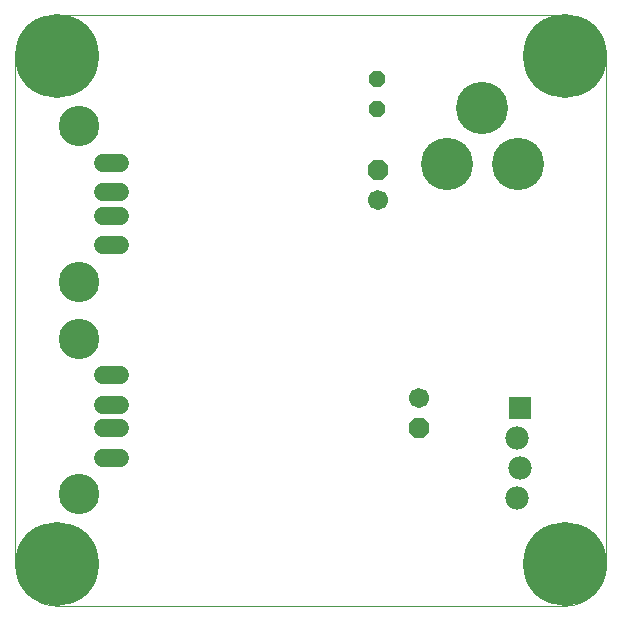
<source format=gbs>
G75*
%MOIN*%
%OFA0B0*%
%FSLAX25Y25*%
%IPPOS*%
%LPD*%
%AMOC8*
5,1,8,0,0,1.08239X$1,22.5*
%
%ADD10C,0.00000*%
%ADD11C,0.00004*%
%ADD12OC8,0.06700*%
%ADD13C,0.06700*%
%ADD14C,0.13500*%
%ADD15C,0.17400*%
%ADD16C,0.06140*%
%ADD17OC8,0.05600*%
%ADD18R,0.07800X0.07800*%
%ADD19C,0.07800*%
%ADD20C,0.27959*%
D10*
X0020490Y0014980D02*
X0020490Y0184271D01*
X0034270Y0198050D02*
X0203561Y0198050D01*
X0217341Y0184271D02*
X0217341Y0014980D01*
X0203561Y0001200D02*
X0034270Y0001200D01*
D11*
X0033937Y0001204D01*
X0033604Y0001216D01*
X0033272Y0001236D01*
X0032940Y0001264D01*
X0032609Y0001300D01*
X0032279Y0001345D01*
X0031950Y0001397D01*
X0031622Y0001457D01*
X0031296Y0001525D01*
X0030972Y0001600D01*
X0030650Y0001684D01*
X0030330Y0001775D01*
X0030012Y0001874D01*
X0029696Y0001981D01*
X0029384Y0002095D01*
X0029074Y0002217D01*
X0028767Y0002347D01*
X0028463Y0002483D01*
X0028163Y0002627D01*
X0027866Y0002778D01*
X0027573Y0002937D01*
X0027284Y0003102D01*
X0026999Y0003274D01*
X0026718Y0003453D01*
X0026442Y0003639D01*
X0026170Y0003832D01*
X0025903Y0004031D01*
X0025641Y0004236D01*
X0025384Y0004448D01*
X0025132Y0004666D01*
X0024886Y0004889D01*
X0024645Y0005119D01*
X0024409Y0005355D01*
X0024179Y0005596D01*
X0023956Y0005842D01*
X0023738Y0006094D01*
X0023526Y0006351D01*
X0023321Y0006613D01*
X0023122Y0006880D01*
X0022929Y0007152D01*
X0022743Y0007428D01*
X0022564Y0007709D01*
X0022392Y0007994D01*
X0022227Y0008283D01*
X0022068Y0008576D01*
X0021917Y0008873D01*
X0021773Y0009173D01*
X0021637Y0009477D01*
X0021507Y0009784D01*
X0021385Y0010094D01*
X0021271Y0010406D01*
X0021164Y0010722D01*
X0021065Y0011040D01*
X0020974Y0011360D01*
X0020890Y0011682D01*
X0020815Y0012006D01*
X0020747Y0012332D01*
X0020687Y0012660D01*
X0020635Y0012989D01*
X0020590Y0013319D01*
X0020554Y0013650D01*
X0020526Y0013982D01*
X0020506Y0014314D01*
X0020494Y0014647D01*
X0020490Y0014980D01*
X0203561Y0001200D02*
X0203894Y0001204D01*
X0204227Y0001216D01*
X0204559Y0001236D01*
X0204891Y0001264D01*
X0205222Y0001300D01*
X0205552Y0001345D01*
X0205881Y0001397D01*
X0206209Y0001457D01*
X0206535Y0001525D01*
X0206859Y0001600D01*
X0207181Y0001684D01*
X0207501Y0001775D01*
X0207819Y0001874D01*
X0208135Y0001981D01*
X0208447Y0002095D01*
X0208757Y0002217D01*
X0209064Y0002347D01*
X0209368Y0002483D01*
X0209668Y0002627D01*
X0209965Y0002778D01*
X0210258Y0002937D01*
X0210547Y0003102D01*
X0210832Y0003274D01*
X0211113Y0003453D01*
X0211389Y0003639D01*
X0211661Y0003832D01*
X0211928Y0004031D01*
X0212190Y0004236D01*
X0212447Y0004448D01*
X0212699Y0004666D01*
X0212945Y0004889D01*
X0213186Y0005119D01*
X0213422Y0005355D01*
X0213652Y0005596D01*
X0213875Y0005842D01*
X0214093Y0006094D01*
X0214305Y0006351D01*
X0214510Y0006613D01*
X0214709Y0006880D01*
X0214902Y0007152D01*
X0215088Y0007428D01*
X0215267Y0007709D01*
X0215439Y0007994D01*
X0215604Y0008283D01*
X0215763Y0008576D01*
X0215914Y0008873D01*
X0216058Y0009173D01*
X0216194Y0009477D01*
X0216324Y0009784D01*
X0216446Y0010094D01*
X0216560Y0010406D01*
X0216667Y0010722D01*
X0216766Y0011040D01*
X0216857Y0011360D01*
X0216941Y0011682D01*
X0217016Y0012006D01*
X0217084Y0012332D01*
X0217144Y0012660D01*
X0217196Y0012989D01*
X0217241Y0013319D01*
X0217277Y0013650D01*
X0217305Y0013982D01*
X0217325Y0014314D01*
X0217337Y0014647D01*
X0217341Y0014980D01*
X0217341Y0184271D02*
X0217337Y0184604D01*
X0217325Y0184937D01*
X0217305Y0185269D01*
X0217277Y0185601D01*
X0217241Y0185932D01*
X0217196Y0186262D01*
X0217144Y0186591D01*
X0217084Y0186919D01*
X0217016Y0187245D01*
X0216941Y0187569D01*
X0216857Y0187891D01*
X0216766Y0188211D01*
X0216667Y0188529D01*
X0216560Y0188845D01*
X0216446Y0189157D01*
X0216324Y0189467D01*
X0216194Y0189774D01*
X0216058Y0190078D01*
X0215914Y0190378D01*
X0215763Y0190675D01*
X0215604Y0190968D01*
X0215439Y0191257D01*
X0215267Y0191542D01*
X0215088Y0191823D01*
X0214902Y0192099D01*
X0214709Y0192371D01*
X0214510Y0192638D01*
X0214305Y0192900D01*
X0214093Y0193157D01*
X0213875Y0193409D01*
X0213652Y0193655D01*
X0213422Y0193896D01*
X0213186Y0194132D01*
X0212945Y0194362D01*
X0212699Y0194585D01*
X0212447Y0194803D01*
X0212190Y0195015D01*
X0211928Y0195220D01*
X0211661Y0195419D01*
X0211389Y0195612D01*
X0211113Y0195798D01*
X0210832Y0195977D01*
X0210547Y0196149D01*
X0210258Y0196314D01*
X0209965Y0196473D01*
X0209668Y0196624D01*
X0209368Y0196768D01*
X0209064Y0196904D01*
X0208757Y0197034D01*
X0208447Y0197156D01*
X0208135Y0197270D01*
X0207819Y0197377D01*
X0207501Y0197476D01*
X0207181Y0197567D01*
X0206859Y0197651D01*
X0206535Y0197726D01*
X0206209Y0197794D01*
X0205881Y0197854D01*
X0205552Y0197906D01*
X0205222Y0197951D01*
X0204891Y0197987D01*
X0204559Y0198015D01*
X0204227Y0198035D01*
X0203894Y0198047D01*
X0203561Y0198051D01*
X0034270Y0198051D02*
X0033937Y0198047D01*
X0033604Y0198035D01*
X0033272Y0198015D01*
X0032940Y0197987D01*
X0032609Y0197951D01*
X0032279Y0197906D01*
X0031950Y0197854D01*
X0031622Y0197794D01*
X0031296Y0197726D01*
X0030972Y0197651D01*
X0030650Y0197567D01*
X0030330Y0197476D01*
X0030012Y0197377D01*
X0029696Y0197270D01*
X0029384Y0197156D01*
X0029074Y0197034D01*
X0028767Y0196904D01*
X0028463Y0196768D01*
X0028163Y0196624D01*
X0027866Y0196473D01*
X0027573Y0196314D01*
X0027284Y0196149D01*
X0026999Y0195977D01*
X0026718Y0195798D01*
X0026442Y0195612D01*
X0026170Y0195419D01*
X0025903Y0195220D01*
X0025641Y0195015D01*
X0025384Y0194803D01*
X0025132Y0194585D01*
X0024886Y0194362D01*
X0024645Y0194132D01*
X0024409Y0193896D01*
X0024179Y0193655D01*
X0023956Y0193409D01*
X0023738Y0193157D01*
X0023526Y0192900D01*
X0023321Y0192638D01*
X0023122Y0192371D01*
X0022929Y0192099D01*
X0022743Y0191823D01*
X0022564Y0191542D01*
X0022392Y0191257D01*
X0022227Y0190968D01*
X0022068Y0190675D01*
X0021917Y0190378D01*
X0021773Y0190078D01*
X0021637Y0189774D01*
X0021507Y0189467D01*
X0021385Y0189157D01*
X0021271Y0188845D01*
X0021164Y0188529D01*
X0021065Y0188211D01*
X0020974Y0187891D01*
X0020890Y0187569D01*
X0020815Y0187245D01*
X0020747Y0186919D01*
X0020687Y0186591D01*
X0020635Y0186262D01*
X0020590Y0185932D01*
X0020554Y0185601D01*
X0020526Y0185269D01*
X0020506Y0184937D01*
X0020494Y0184604D01*
X0020490Y0184271D01*
D12*
X0141484Y0146367D03*
X0154978Y0060560D03*
D13*
X0154978Y0070560D03*
X0141484Y0136367D03*
D14*
X0041750Y0160908D03*
X0041750Y0109208D03*
X0041750Y0090042D03*
X0041750Y0038342D03*
D15*
X0164260Y0148562D03*
X0176071Y0167066D03*
X0187882Y0148562D03*
D16*
X0055289Y0148838D02*
X0049549Y0148838D01*
X0049549Y0138995D02*
X0055289Y0138995D01*
X0055289Y0131121D02*
X0049549Y0131121D01*
X0049549Y0121279D02*
X0055289Y0121279D01*
X0055289Y0077972D02*
X0049549Y0077972D01*
X0049549Y0068129D02*
X0055289Y0068129D01*
X0055289Y0060255D02*
X0049549Y0060255D01*
X0049549Y0050413D02*
X0055289Y0050413D01*
D17*
X0140963Y0166672D03*
X0140963Y0176672D03*
D18*
X0188707Y0066948D03*
D19*
X0187707Y0056948D03*
X0188707Y0046948D03*
X0187707Y0036948D03*
D20*
X0203561Y0014980D03*
X0034270Y0014980D03*
X0034270Y0184271D03*
X0203561Y0184271D03*
M02*

</source>
